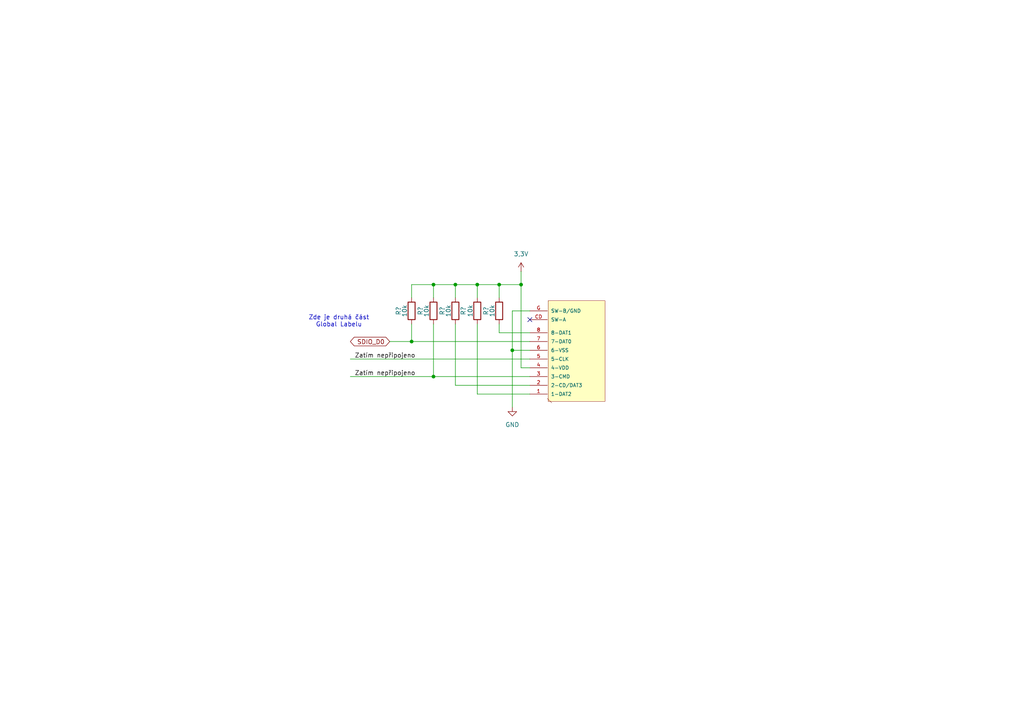
<source format=kicad_sch>
(kicad_sch (version 20250114) (generator "eeschema") (generator_version "9.0")
  (paper "A4")
  (lib_symbols
    (symbol "112J-TDAR-R01:112J-TDAR-R01" (pin_names (offset 1.016))
      (property "Reference" "K1" (at -11.684 -0.8392 0))
      (property "Value" "112J-TDAR-R01" (at -11.684 1.7008 0))
      (symbol "112J-TDAR-R01_0_0"
        (rectangle (start -10.3868 -14.3782) (end 6.1232 14.8318) (stroke (width 0.1)) (fill (type background)))
        (polyline (pts (xy 6.35 13.97) (xy 5.08 15.24)) (stroke (width 0.1)))
        (pin bidirectional line (at 11.43 12.7 180) (length 5.08) (name "1-DAT2") (number "1"))
        (pin bidirectional line (at 11.43 10.16 180) (length 5.08) (name "2-CD/DAT3") (number "2"))
        (pin bidirectional line (at 11.43 7.62 180) (length 5.08) (name "3-CMD") (number "3"))
        (pin bidirectional line (at 11.43 2.54 180) (length 5.08) (name "5-CLK") (number "5"))
        (pin bidirectional line (at 11.43 0 180) (length 5.08) (name "6-VSS") (number "6"))
        (pin bidirectional line (at 11.43 -2.54 180) (length 5.08) (name "7-DAT0") (number "7"))
        (pin bidirectional line (at 11.43 -5.08 180) (length 5.08) (name "8-DAT1") (number "8"))
        (pin bidirectional line (at 11.43 -8.89 180) (length 5.08) (name "SW-A") (number "CD"))
        (pin bidirectional line (at 11.43 -11.43 180) (length 5.08) (name "SW-B/GND") (number "G"))
      )
      (symbol "112J-TDAR-R01_1_0"
        (pin input line (at 11.43 5.08 180) (length 5.08) (name "4-VDD") (number "4"))
      )
    )
    (symbol "Device:R" (pin_numbers (hide yes)) (pin_names (offset 0))
      (property "Reference" "R" (at 2.032 0 90))
      (property "Value" "R" (at 0 0 90))
      (symbol "R_0_1"
        (rectangle (start -1.016 -2.54) (end 1.016 2.54) (stroke (width 0.254)))
      )
      (symbol "R_1_1"
        (pin passive line (at 0 3.81 270) (length 1.27) (name "~") (number "1"))
        (pin passive line (at 0 -3.81 90) (length 1.27) (name "~") (number "2"))
      )
    )
    (symbol "power:+3.3V" (power) (pin_numbers (hide yes)) (pin_names (offset 0) (hide yes))
      (property "Value" "+3.3V" (at 0 3.556 0))
      (symbol "+3.3V_0_1"
        (polyline (pts (xy -0.762 1.27) (xy 0 2.54)))
        (polyline (pts (xy 0 2.54) (xy 0.762 1.27)))
        (polyline (pts (xy 0 0) (xy 0 2.54)))
      )
      (symbol "+3.3V_1_1"
        (pin power_in line (at 0 0 90) (length 0) (name "~") (number "1"))
      )
    )
    (symbol "power:GND" (power) (pin_numbers (hide yes)) (pin_names (offset 0) (hide yes))
      (property "Value" "GND" (at 0 -3.81 0))
      (symbol "GND_0_1"
        (polyline (pts (xy 0 0) (xy 0 -1.27) (xy 1.27 -1.27) (xy 0 -2.54) (xy -1.27 -1.27) (xy 0 -1.27)))
      )
      (symbol "GND_1_1"
        (pin power_in line (at 0 0 270) (length 0) (name "~") (number "1"))
      )
    )
  )
  (text "Zde je druhá část\nGlobal Labelu" (at 98.298 93.218 0) (effects (font (size 1.27 1.27))))
  (junction (at 119.38 99.06))
  (junction (at 148.59 101.6))
  (junction (at 125.73 109.22))
  (junction (at 125.73 82.55))
  (junction (at 132.08 82.55))
  (junction (at 151.13 82.55))
  (junction (at 138.43 82.55))
  (junction (at 144.78 82.55))
  (no_connect (at 153.67 92.71))
  (wire (pts (xy 151.13 78.74) (xy 151.13 82.55)))
  (wire (pts (xy 148.59 90.17) (xy 148.59 101.6)))
  (wire (pts (xy 113.03 99.06) (xy 119.38 99.06)))
  (wire (pts (xy 125.73 82.55) (xy 125.73 86.36)))
  (wire (pts (xy 125.73 93.98) (xy 125.73 109.22)))
  (wire (pts (xy 153.67 90.17) (xy 148.59 90.17)))
  (wire (pts (xy 148.59 101.6) (xy 148.59 118.11)))
  (wire (pts (xy 132.08 82.55) (xy 132.08 86.36)))
  (wire (pts (xy 144.78 96.52) (xy 153.67 96.52)))
  (wire (pts (xy 151.13 82.55) (xy 151.13 106.68)))
  (wire (pts (xy 138.43 114.3) (xy 153.67 114.3)))
  (wire (pts (xy 119.38 93.98) (xy 119.38 99.06)))
  (wire (pts (xy 144.78 93.98) (xy 144.78 96.52)))
  (wire (pts (xy 101.6 109.22) (xy 125.73 109.22)))
  (wire (pts (xy 144.78 82.55) (xy 144.78 86.36)))
  (wire (pts (xy 138.43 93.98) (xy 138.43 114.3)))
  (wire (pts (xy 125.73 109.22) (xy 153.67 109.22)))
  (wire (pts (xy 119.38 99.06) (xy 153.67 99.06)))
  (wire (pts (xy 132.08 93.98) (xy 132.08 111.76)))
  (wire (pts (xy 153.67 101.6) (xy 148.59 101.6)))
  (wire (pts (xy 119.38 82.55) (xy 125.73 82.55)))
  (wire (pts (xy 132.08 111.76) (xy 153.67 111.76)))
  (wire (pts (xy 119.38 82.55) (xy 119.38 86.36)))
  (wire (pts (xy 101.6 104.14) (xy 153.67 104.14)))
  (wire (pts (xy 125.73 82.55) (xy 132.08 82.55)))
  (wire (pts (xy 153.67 106.68) (xy 151.13 106.68)))
  (wire (pts (xy 132.08 82.55) (xy 138.43 82.55)))
  (wire (pts (xy 138.43 82.55) (xy 138.43 86.36)))
  (wire (pts (xy 138.43 82.55) (xy 144.78 82.55)))
  (wire (pts (xy 144.78 82.55) (xy 151.13 82.55)))
  (label "Zatím nepřipojeno" (at 102.87 104.14 0))
  (label "Zatím nepřipojeno" (at 102.87 109.22 0))
  (global_label "SDIO_D0" (shape bidirectional) (at 113.03 99.06 180) (property "Intersheetrefs" "${INTERSHEET_REFS}" (effects (hide yes))))
  (symbol (lib_id "Device:R") (at 144.78 90.17 180) (unit 1)
    (property "Reference" "R?" (at 140.97 90.17 90))
    (property "Value" "10k" (at 142.748 90.17 90))
    (property "Footprint" "Capacitor_SMD:C_0603_1608Metric_Pad1.08x0.95mm_HandSolder" (effects (hide yes)))
    (property "Description" "Resistor" (effects (hide yes)))
  )
  (symbol (lib_id "Device:R") (at 125.73 90.17 180) (unit 1)
    (property "Reference" "R?" (at 121.92 90.17 90))
    (property "Value" "10k" (at 123.698 90.17 90))
    (property "Footprint" "Capacitor_SMD:C_0603_1608Metric_Pad1.08x0.95mm_HandSolder" (effects (hide yes)))
    (property "Description" "Resistor" (effects (hide yes)))
  )
  (symbol (lib_id "Device:R") (at 132.08 90.17 180) (unit 1)
    (property "Reference" "R?" (at 128.27 90.17 90))
    (property "Value" "10k" (at 130.048 90.17 90))
    (property "Footprint" "Capacitor_SMD:C_0603_1608Metric_Pad1.08x0.95mm_HandSolder" (effects (hide yes)))
    (property "Description" "Resistor" (effects (hide yes)))
  )
  (symbol (lib_id "Device:R") (at 119.38 90.17 180) (unit 1)
    (property "Reference" "R?" (at 115.57 90.17 90))
    (property "Value" "10k" (at 117.348 90.17 90))
    (property "Footprint" "Capacitor_SMD:C_0603_1608Metric_Pad1.08x0.95mm_HandSolder" (effects (hide yes)))
    (property "Description" "Resistor" (effects (hide yes)))
  )
  (symbol (lib_id "Device:R") (at 138.43 90.17 180) (unit 1)
    (property "Reference" "R?" (at 134.366 90.17 90))
    (property "Value" "10k" (at 136.398 90.17 90))
    (property "Footprint" "Capacitor_SMD:C_0603_1608Metric_Pad1.08x0.95mm_HandSolder" (effects (hide yes)))
    (property "Description" "Resistor" (effects (hide yes)))
  )
  (symbol (lib_id "power:GND") (at 148.59 118.11 0) (unit 1)
    (property "Reference" "#PWR?" (effects (hide yes)))
    (property "Value" "GND" (at 148.59 123.19 0))
    (property "Description" "Power symbol creates a global label with name \"GND\" , ground" (effects (hide yes)))
  )
  (symbol (lib_id "112J-TDAR-R01:112J-TDAR-R01") (at 165.1 101.6 180) (unit 1)
    (property "Reference" "K?" (effects (hide yes)))
    (property "Value" "112J-TDAR-R01" (effects (hide yes)))
    (property "Footprint" "CanSat:112J-TDAR-R01" (effects (hide yes)))
    (property "MF" "Attend" (effects (hide yes)))
    (property "Description_1" "\n                        \n                            9 (8 + 1) Position Card Connector Secure Digital - microSD™ Surface Mount, Right Angle Gold\n                        \n" (effects (hide yes)))
    (property "Package" "None" (effects (hide yes)))
    (property "Price" "None" (effects (hide yes)))
    (property "SnapEDA_Link" "https://www.snapeda.com/parts/112J-TDAR-R01/Attend/view-part/?ref=snap" (effects (hide yes)))
    (property "MP" "112J-TDAR-R01" (effects (hide yes)))
    (property "Availability" "In Stock" (effects (hide yes)))
    (property "Check_prices" "https://www.snapeda.com/parts/112J-TDAR-R01/Attend/view-part/?ref=eda" (effects (hide yes)))
  )
  (symbol (lib_id "power:+3.3V") (at 151.13 78.74 0) (unit 1)
    (property "Reference" "#PWR?" (effects (hide yes)))
    (property "Value" "3,3V" (at 151.13 73.66 0))
    (property "Description" "Power symbol creates a global label with name \"+3.3V\"" (effects (hide yes)))
  )
)
</source>
